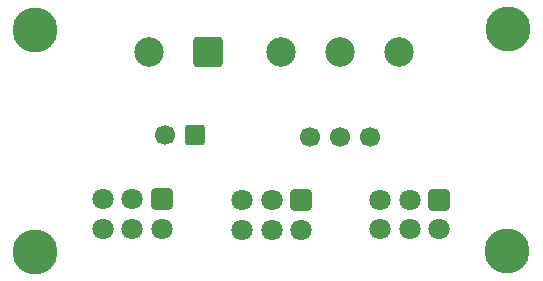
<source format=gts>
G04 #@! TF.GenerationSoftware,KiCad,Pcbnew,9.0.1*
G04 #@! TF.CreationDate,2025-04-21T20:59:13+02:00*
G04 #@! TF.ProjectId,3_pots_pcb_v0.2a,335f706f-7473-45f7-9063-625f76302e32,rev?*
G04 #@! TF.SameCoordinates,Original*
G04 #@! TF.FileFunction,Soldermask,Top*
G04 #@! TF.FilePolarity,Negative*
%FSLAX46Y46*%
G04 Gerber Fmt 4.6, Leading zero omitted, Abs format (unit mm)*
G04 Created by KiCad (PCBNEW 9.0.1) date 2025-04-21 20:59:13*
%MOMM*%
%LPD*%
G01*
G04 APERTURE LIST*
G04 Aperture macros list*
%AMRoundRect*
0 Rectangle with rounded corners*
0 $1 Rounding radius*
0 $2 $3 $4 $5 $6 $7 $8 $9 X,Y pos of 4 corners*
0 Add a 4 corners polygon primitive as box body*
4,1,4,$2,$3,$4,$5,$6,$7,$8,$9,$2,$3,0*
0 Add four circle primitives for the rounded corners*
1,1,$1+$1,$2,$3*
1,1,$1+$1,$4,$5*
1,1,$1+$1,$6,$7*
1,1,$1+$1,$8,$9*
0 Add four rect primitives between the rounded corners*
20,1,$1+$1,$2,$3,$4,$5,0*
20,1,$1+$1,$4,$5,$6,$7,0*
20,1,$1+$1,$6,$7,$8,$9,0*
20,1,$1+$1,$8,$9,$2,$3,0*%
G04 Aperture macros list end*
%ADD10C,2.500000*%
%ADD11RoundRect,0.250000X-1.000000X-1.000000X1.000000X-1.000000X1.000000X1.000000X-1.000000X1.000000X0*%
%ADD12C,3.800000*%
%ADD13C,1.800000*%
%ADD14RoundRect,0.250000X-0.650000X0.650000X-0.650000X-0.650000X0.650000X-0.650000X0.650000X0.650000X0*%
%ADD15C,1.700000*%
%ADD16RoundRect,0.250000X0.600000X-0.600000X0.600000X0.600000X-0.600000X0.600000X-0.600000X-0.600000X0*%
G04 APERTURE END LIST*
D10*
X152825000Y-95125000D03*
D11*
X157825000Y-95125000D03*
D12*
X143225000Y-93250000D03*
X183175000Y-112025000D03*
D13*
X172425000Y-110175000D03*
X174925000Y-110175000D03*
X177425000Y-110175000D03*
X172425000Y-107675000D03*
X174925000Y-107675000D03*
D14*
X177425000Y-107675000D03*
D12*
X183200000Y-93200000D03*
D15*
X154175000Y-102200000D03*
D16*
X156715000Y-102200000D03*
D12*
X143225000Y-112075000D03*
D15*
X166485000Y-102325000D03*
X169025000Y-102325000D03*
X171565000Y-102325000D03*
D10*
X164025000Y-95125000D03*
X169025000Y-95125000D03*
X174025000Y-95125000D03*
D13*
X160725000Y-110225000D03*
X163225000Y-110225000D03*
X165725000Y-110225000D03*
X160725000Y-107725000D03*
X163225000Y-107725000D03*
D14*
X165725000Y-107725000D03*
D13*
X148925000Y-110125000D03*
X151425000Y-110125000D03*
X153925000Y-110125000D03*
X148925000Y-107625000D03*
X151425000Y-107625000D03*
D14*
X153925000Y-107625000D03*
M02*

</source>
